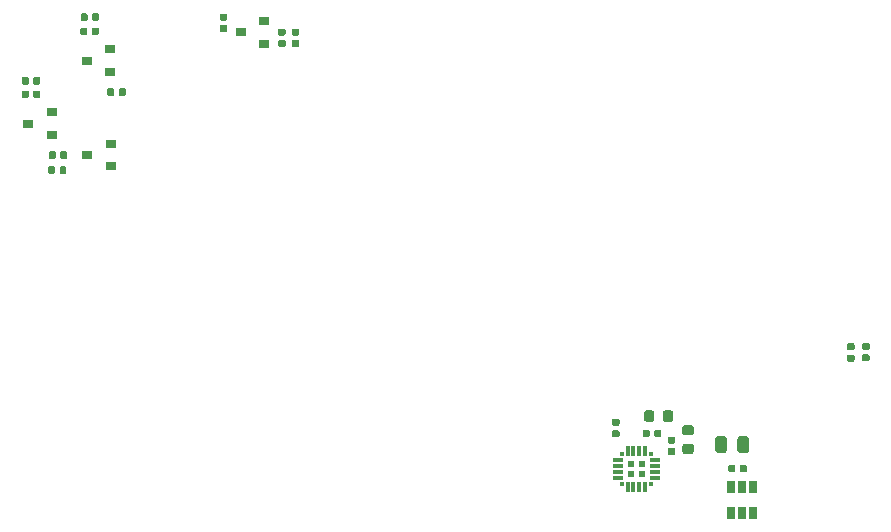
<source format=gbr>
G04 #@! TF.GenerationSoftware,KiCad,Pcbnew,(5.1.5)-3*
G04 #@! TF.CreationDate,2020-05-08T10:51:27+02:00*
G04 #@! TF.ProjectId,HB-RF-USB-2,48422d52-462d-4555-9342-2d322e6b6963,rev?*
G04 #@! TF.SameCoordinates,PX4c4b400PY7270e00*
G04 #@! TF.FileFunction,Paste,Top*
G04 #@! TF.FilePolarity,Positive*
%FSLAX46Y46*%
G04 Gerber Fmt 4.6, Leading zero omitted, Abs format (unit mm)*
G04 Created by KiCad (PCBNEW (5.1.5)-3) date 2020-05-08 10:51:27*
%MOMM*%
%LPD*%
G04 APERTURE LIST*
%ADD10R,0.540000X0.540000*%
%ADD11R,0.300000X0.900000*%
%ADD12R,0.300000X0.300000*%
%ADD13R,0.900000X0.300000*%
%ADD14R,0.650000X1.060000*%
%ADD15C,0.100000*%
%ADD16R,0.900000X0.800000*%
G04 APERTURE END LIST*
D10*
X58056200Y10696600D03*
X58056200Y9796600D03*
X58956200Y10696600D03*
X58956200Y9796600D03*
D11*
X59256200Y8696600D03*
X58756200Y8696600D03*
X58256200Y8696600D03*
X57756200Y8696600D03*
D12*
X57256200Y8996600D03*
D13*
X56956200Y9496600D03*
X56956200Y9996600D03*
X56956200Y10496600D03*
X56956200Y10996600D03*
D12*
X57256200Y11496600D03*
D11*
X57756200Y11796600D03*
X58256200Y11796600D03*
X58756200Y11796600D03*
X59256200Y11796600D03*
D12*
X59756200Y11496600D03*
D13*
X60056200Y10996600D03*
X60056200Y10496600D03*
X60056200Y9996600D03*
X60056200Y9496600D03*
D12*
X59756200Y8996600D03*
D14*
X66497000Y6505000D03*
X67447000Y6505000D03*
X68397000Y6505000D03*
X68397000Y8705000D03*
X66497000Y8705000D03*
X67447000Y8705000D03*
D15*
G36*
X60473958Y13563090D02*
G01*
X60488276Y13560966D01*
X60502317Y13557449D01*
X60515946Y13552572D01*
X60529031Y13546383D01*
X60541447Y13538942D01*
X60553073Y13530319D01*
X60563798Y13520598D01*
X60573519Y13509873D01*
X60582142Y13498247D01*
X60589583Y13485831D01*
X60595772Y13472746D01*
X60600649Y13459117D01*
X60604166Y13445076D01*
X60606290Y13430758D01*
X60607000Y13416300D01*
X60607000Y13071300D01*
X60606290Y13056842D01*
X60604166Y13042524D01*
X60600649Y13028483D01*
X60595772Y13014854D01*
X60589583Y13001769D01*
X60582142Y12989353D01*
X60573519Y12977727D01*
X60563798Y12967002D01*
X60553073Y12957281D01*
X60541447Y12948658D01*
X60529031Y12941217D01*
X60515946Y12935028D01*
X60502317Y12930151D01*
X60488276Y12926634D01*
X60473958Y12924510D01*
X60459500Y12923800D01*
X60164500Y12923800D01*
X60150042Y12924510D01*
X60135724Y12926634D01*
X60121683Y12930151D01*
X60108054Y12935028D01*
X60094969Y12941217D01*
X60082553Y12948658D01*
X60070927Y12957281D01*
X60060202Y12967002D01*
X60050481Y12977727D01*
X60041858Y12989353D01*
X60034417Y13001769D01*
X60028228Y13014854D01*
X60023351Y13028483D01*
X60019834Y13042524D01*
X60017710Y13056842D01*
X60017000Y13071300D01*
X60017000Y13416300D01*
X60017710Y13430758D01*
X60019834Y13445076D01*
X60023351Y13459117D01*
X60028228Y13472746D01*
X60034417Y13485831D01*
X60041858Y13498247D01*
X60050481Y13509873D01*
X60060202Y13520598D01*
X60070927Y13530319D01*
X60082553Y13538942D01*
X60094969Y13546383D01*
X60108054Y13552572D01*
X60121683Y13557449D01*
X60135724Y13560966D01*
X60150042Y13563090D01*
X60164500Y13563800D01*
X60459500Y13563800D01*
X60473958Y13563090D01*
G37*
G36*
X59503958Y13563090D02*
G01*
X59518276Y13560966D01*
X59532317Y13557449D01*
X59545946Y13552572D01*
X59559031Y13546383D01*
X59571447Y13538942D01*
X59583073Y13530319D01*
X59593798Y13520598D01*
X59603519Y13509873D01*
X59612142Y13498247D01*
X59619583Y13485831D01*
X59625772Y13472746D01*
X59630649Y13459117D01*
X59634166Y13445076D01*
X59636290Y13430758D01*
X59637000Y13416300D01*
X59637000Y13071300D01*
X59636290Y13056842D01*
X59634166Y13042524D01*
X59630649Y13028483D01*
X59625772Y13014854D01*
X59619583Y13001769D01*
X59612142Y12989353D01*
X59603519Y12977727D01*
X59593798Y12967002D01*
X59583073Y12957281D01*
X59571447Y12948658D01*
X59559031Y12941217D01*
X59545946Y12935028D01*
X59532317Y12930151D01*
X59518276Y12926634D01*
X59503958Y12924510D01*
X59489500Y12923800D01*
X59194500Y12923800D01*
X59180042Y12924510D01*
X59165724Y12926634D01*
X59151683Y12930151D01*
X59138054Y12935028D01*
X59124969Y12941217D01*
X59112553Y12948658D01*
X59100927Y12957281D01*
X59090202Y12967002D01*
X59080481Y12977727D01*
X59071858Y12989353D01*
X59064417Y13001769D01*
X59058228Y13014854D01*
X59053351Y13028483D01*
X59049834Y13042524D01*
X59047710Y13056842D01*
X59047000Y13071300D01*
X59047000Y13416300D01*
X59047710Y13430758D01*
X59049834Y13445076D01*
X59053351Y13459117D01*
X59058228Y13472746D01*
X59064417Y13485831D01*
X59071858Y13498247D01*
X59080481Y13509873D01*
X59090202Y13520598D01*
X59100927Y13530319D01*
X59112553Y13538942D01*
X59124969Y13546383D01*
X59138054Y13552572D01*
X59151683Y13557449D01*
X59165724Y13560966D01*
X59180042Y13563090D01*
X59194500Y13563800D01*
X59489500Y13563800D01*
X59503958Y13563090D01*
G37*
G36*
X11878958Y47611790D02*
G01*
X11893276Y47609666D01*
X11907317Y47606149D01*
X11920946Y47601272D01*
X11934031Y47595083D01*
X11946447Y47587642D01*
X11958073Y47579019D01*
X11968798Y47569298D01*
X11978519Y47558573D01*
X11987142Y47546947D01*
X11994583Y47534531D01*
X12000772Y47521446D01*
X12005649Y47507817D01*
X12009166Y47493776D01*
X12011290Y47479458D01*
X12012000Y47465000D01*
X12012000Y47120000D01*
X12011290Y47105542D01*
X12009166Y47091224D01*
X12005649Y47077183D01*
X12000772Y47063554D01*
X11994583Y47050469D01*
X11987142Y47038053D01*
X11978519Y47026427D01*
X11968798Y47015702D01*
X11958073Y47005981D01*
X11946447Y46997358D01*
X11934031Y46989917D01*
X11920946Y46983728D01*
X11907317Y46978851D01*
X11893276Y46975334D01*
X11878958Y46973210D01*
X11864500Y46972500D01*
X11569500Y46972500D01*
X11555042Y46973210D01*
X11540724Y46975334D01*
X11526683Y46978851D01*
X11513054Y46983728D01*
X11499969Y46989917D01*
X11487553Y46997358D01*
X11475927Y47005981D01*
X11465202Y47015702D01*
X11455481Y47026427D01*
X11446858Y47038053D01*
X11439417Y47050469D01*
X11433228Y47063554D01*
X11428351Y47077183D01*
X11424834Y47091224D01*
X11422710Y47105542D01*
X11422000Y47120000D01*
X11422000Y47465000D01*
X11422710Y47479458D01*
X11424834Y47493776D01*
X11428351Y47507817D01*
X11433228Y47521446D01*
X11439417Y47534531D01*
X11446858Y47546947D01*
X11455481Y47558573D01*
X11465202Y47569298D01*
X11475927Y47579019D01*
X11487553Y47587642D01*
X11499969Y47595083D01*
X11513054Y47601272D01*
X11526683Y47606149D01*
X11540724Y47609666D01*
X11555042Y47611790D01*
X11569500Y47612500D01*
X11864500Y47612500D01*
X11878958Y47611790D01*
G37*
G36*
X12848958Y47611790D02*
G01*
X12863276Y47609666D01*
X12877317Y47606149D01*
X12890946Y47601272D01*
X12904031Y47595083D01*
X12916447Y47587642D01*
X12928073Y47579019D01*
X12938798Y47569298D01*
X12948519Y47558573D01*
X12957142Y47546947D01*
X12964583Y47534531D01*
X12970772Y47521446D01*
X12975649Y47507817D01*
X12979166Y47493776D01*
X12981290Y47479458D01*
X12982000Y47465000D01*
X12982000Y47120000D01*
X12981290Y47105542D01*
X12979166Y47091224D01*
X12975649Y47077183D01*
X12970772Y47063554D01*
X12964583Y47050469D01*
X12957142Y47038053D01*
X12948519Y47026427D01*
X12938798Y47015702D01*
X12928073Y47005981D01*
X12916447Y46997358D01*
X12904031Y46989917D01*
X12890946Y46983728D01*
X12877317Y46978851D01*
X12863276Y46975334D01*
X12848958Y46973210D01*
X12834500Y46972500D01*
X12539500Y46972500D01*
X12525042Y46973210D01*
X12510724Y46975334D01*
X12496683Y46978851D01*
X12483054Y46983728D01*
X12469969Y46989917D01*
X12457553Y46997358D01*
X12445927Y47005981D01*
X12435202Y47015702D01*
X12425481Y47026427D01*
X12416858Y47038053D01*
X12409417Y47050469D01*
X12403228Y47063554D01*
X12398351Y47077183D01*
X12394834Y47091224D01*
X12392710Y47105542D01*
X12392000Y47120000D01*
X12392000Y47465000D01*
X12392710Y47479458D01*
X12394834Y47493776D01*
X12398351Y47507817D01*
X12403228Y47521446D01*
X12409417Y47534531D01*
X12416858Y47546947D01*
X12425481Y47558573D01*
X12435202Y47569298D01*
X12445927Y47579019D01*
X12457553Y47587642D01*
X12469969Y47595083D01*
X12483054Y47601272D01*
X12496683Y47606149D01*
X12510724Y47609666D01*
X12525042Y47611790D01*
X12539500Y47612500D01*
X12834500Y47612500D01*
X12848958Y47611790D01*
G37*
G36*
X12871958Y48818290D02*
G01*
X12886276Y48816166D01*
X12900317Y48812649D01*
X12913946Y48807772D01*
X12927031Y48801583D01*
X12939447Y48794142D01*
X12951073Y48785519D01*
X12961798Y48775798D01*
X12971519Y48765073D01*
X12980142Y48753447D01*
X12987583Y48741031D01*
X12993772Y48727946D01*
X12998649Y48714317D01*
X13002166Y48700276D01*
X13004290Y48685958D01*
X13005000Y48671500D01*
X13005000Y48326500D01*
X13004290Y48312042D01*
X13002166Y48297724D01*
X12998649Y48283683D01*
X12993772Y48270054D01*
X12987583Y48256969D01*
X12980142Y48244553D01*
X12971519Y48232927D01*
X12961798Y48222202D01*
X12951073Y48212481D01*
X12939447Y48203858D01*
X12927031Y48196417D01*
X12913946Y48190228D01*
X12900317Y48185351D01*
X12886276Y48181834D01*
X12871958Y48179710D01*
X12857500Y48179000D01*
X12562500Y48179000D01*
X12548042Y48179710D01*
X12533724Y48181834D01*
X12519683Y48185351D01*
X12506054Y48190228D01*
X12492969Y48196417D01*
X12480553Y48203858D01*
X12468927Y48212481D01*
X12458202Y48222202D01*
X12448481Y48232927D01*
X12439858Y48244553D01*
X12432417Y48256969D01*
X12426228Y48270054D01*
X12421351Y48283683D01*
X12417834Y48297724D01*
X12415710Y48312042D01*
X12415000Y48326500D01*
X12415000Y48671500D01*
X12415710Y48685958D01*
X12417834Y48700276D01*
X12421351Y48714317D01*
X12426228Y48727946D01*
X12432417Y48741031D01*
X12439858Y48753447D01*
X12448481Y48765073D01*
X12458202Y48775798D01*
X12468927Y48785519D01*
X12480553Y48794142D01*
X12492969Y48801583D01*
X12506054Y48807772D01*
X12519683Y48812649D01*
X12533724Y48816166D01*
X12548042Y48818290D01*
X12562500Y48819000D01*
X12857500Y48819000D01*
X12871958Y48818290D01*
G37*
G36*
X11901958Y48818290D02*
G01*
X11916276Y48816166D01*
X11930317Y48812649D01*
X11943946Y48807772D01*
X11957031Y48801583D01*
X11969447Y48794142D01*
X11981073Y48785519D01*
X11991798Y48775798D01*
X12001519Y48765073D01*
X12010142Y48753447D01*
X12017583Y48741031D01*
X12023772Y48727946D01*
X12028649Y48714317D01*
X12032166Y48700276D01*
X12034290Y48685958D01*
X12035000Y48671500D01*
X12035000Y48326500D01*
X12034290Y48312042D01*
X12032166Y48297724D01*
X12028649Y48283683D01*
X12023772Y48270054D01*
X12017583Y48256969D01*
X12010142Y48244553D01*
X12001519Y48232927D01*
X11991798Y48222202D01*
X11981073Y48212481D01*
X11969447Y48203858D01*
X11957031Y48196417D01*
X11943946Y48190228D01*
X11930317Y48185351D01*
X11916276Y48181834D01*
X11901958Y48179710D01*
X11887500Y48179000D01*
X11592500Y48179000D01*
X11578042Y48179710D01*
X11563724Y48181834D01*
X11549683Y48185351D01*
X11536054Y48190228D01*
X11522969Y48196417D01*
X11510553Y48203858D01*
X11498927Y48212481D01*
X11488202Y48222202D01*
X11478481Y48232927D01*
X11469858Y48244553D01*
X11462417Y48256969D01*
X11456228Y48270054D01*
X11451351Y48283683D01*
X11447834Y48297724D01*
X11445710Y48312042D01*
X11445000Y48326500D01*
X11445000Y48671500D01*
X11445710Y48685958D01*
X11447834Y48700276D01*
X11451351Y48714317D01*
X11456228Y48727946D01*
X11462417Y48741031D01*
X11469858Y48753447D01*
X11478481Y48765073D01*
X11488202Y48775798D01*
X11498927Y48785519D01*
X11510553Y48794142D01*
X11522969Y48801583D01*
X11536054Y48807772D01*
X11549683Y48812649D01*
X11563724Y48816166D01*
X11578042Y48818290D01*
X11592500Y48819000D01*
X11887500Y48819000D01*
X11901958Y48818290D01*
G37*
G36*
X7895958Y43420790D02*
G01*
X7910276Y43418666D01*
X7924317Y43415149D01*
X7937946Y43410272D01*
X7951031Y43404083D01*
X7963447Y43396642D01*
X7975073Y43388019D01*
X7985798Y43378298D01*
X7995519Y43367573D01*
X8004142Y43355947D01*
X8011583Y43343531D01*
X8017772Y43330446D01*
X8022649Y43316817D01*
X8026166Y43302776D01*
X8028290Y43288458D01*
X8029000Y43274000D01*
X8029000Y42929000D01*
X8028290Y42914542D01*
X8026166Y42900224D01*
X8022649Y42886183D01*
X8017772Y42872554D01*
X8011583Y42859469D01*
X8004142Y42847053D01*
X7995519Y42835427D01*
X7985798Y42824702D01*
X7975073Y42814981D01*
X7963447Y42806358D01*
X7951031Y42798917D01*
X7937946Y42792728D01*
X7924317Y42787851D01*
X7910276Y42784334D01*
X7895958Y42782210D01*
X7881500Y42781500D01*
X7586500Y42781500D01*
X7572042Y42782210D01*
X7557724Y42784334D01*
X7543683Y42787851D01*
X7530054Y42792728D01*
X7516969Y42798917D01*
X7504553Y42806358D01*
X7492927Y42814981D01*
X7482202Y42824702D01*
X7472481Y42835427D01*
X7463858Y42847053D01*
X7456417Y42859469D01*
X7450228Y42872554D01*
X7445351Y42886183D01*
X7441834Y42900224D01*
X7439710Y42914542D01*
X7439000Y42929000D01*
X7439000Y43274000D01*
X7439710Y43288458D01*
X7441834Y43302776D01*
X7445351Y43316817D01*
X7450228Y43330446D01*
X7456417Y43343531D01*
X7463858Y43355947D01*
X7472481Y43367573D01*
X7482202Y43378298D01*
X7492927Y43388019D01*
X7504553Y43396642D01*
X7516969Y43404083D01*
X7530054Y43410272D01*
X7543683Y43415149D01*
X7557724Y43418666D01*
X7572042Y43420790D01*
X7586500Y43421500D01*
X7881500Y43421500D01*
X7895958Y43420790D01*
G37*
G36*
X6925958Y43420790D02*
G01*
X6940276Y43418666D01*
X6954317Y43415149D01*
X6967946Y43410272D01*
X6981031Y43404083D01*
X6993447Y43396642D01*
X7005073Y43388019D01*
X7015798Y43378298D01*
X7025519Y43367573D01*
X7034142Y43355947D01*
X7041583Y43343531D01*
X7047772Y43330446D01*
X7052649Y43316817D01*
X7056166Y43302776D01*
X7058290Y43288458D01*
X7059000Y43274000D01*
X7059000Y42929000D01*
X7058290Y42914542D01*
X7056166Y42900224D01*
X7052649Y42886183D01*
X7047772Y42872554D01*
X7041583Y42859469D01*
X7034142Y42847053D01*
X7025519Y42835427D01*
X7015798Y42824702D01*
X7005073Y42814981D01*
X6993447Y42806358D01*
X6981031Y42798917D01*
X6967946Y42792728D01*
X6954317Y42787851D01*
X6940276Y42784334D01*
X6925958Y42782210D01*
X6911500Y42781500D01*
X6616500Y42781500D01*
X6602042Y42782210D01*
X6587724Y42784334D01*
X6573683Y42787851D01*
X6560054Y42792728D01*
X6546969Y42798917D01*
X6534553Y42806358D01*
X6522927Y42814981D01*
X6512202Y42824702D01*
X6502481Y42835427D01*
X6493858Y42847053D01*
X6486417Y42859469D01*
X6480228Y42872554D01*
X6475351Y42886183D01*
X6471834Y42900224D01*
X6469710Y42914542D01*
X6469000Y42929000D01*
X6469000Y43274000D01*
X6469710Y43288458D01*
X6471834Y43302776D01*
X6475351Y43316817D01*
X6480228Y43330446D01*
X6486417Y43343531D01*
X6493858Y43355947D01*
X6502481Y43367573D01*
X6512202Y43378298D01*
X6522927Y43388019D01*
X6534553Y43396642D01*
X6546969Y43404083D01*
X6560054Y43410272D01*
X6573683Y43415149D01*
X6587724Y43418666D01*
X6602042Y43420790D01*
X6616500Y43421500D01*
X6911500Y43421500D01*
X6925958Y43420790D01*
G37*
G36*
X7895958Y42277790D02*
G01*
X7910276Y42275666D01*
X7924317Y42272149D01*
X7937946Y42267272D01*
X7951031Y42261083D01*
X7963447Y42253642D01*
X7975073Y42245019D01*
X7985798Y42235298D01*
X7995519Y42224573D01*
X8004142Y42212947D01*
X8011583Y42200531D01*
X8017772Y42187446D01*
X8022649Y42173817D01*
X8026166Y42159776D01*
X8028290Y42145458D01*
X8029000Y42131000D01*
X8029000Y41786000D01*
X8028290Y41771542D01*
X8026166Y41757224D01*
X8022649Y41743183D01*
X8017772Y41729554D01*
X8011583Y41716469D01*
X8004142Y41704053D01*
X7995519Y41692427D01*
X7985798Y41681702D01*
X7975073Y41671981D01*
X7963447Y41663358D01*
X7951031Y41655917D01*
X7937946Y41649728D01*
X7924317Y41644851D01*
X7910276Y41641334D01*
X7895958Y41639210D01*
X7881500Y41638500D01*
X7586500Y41638500D01*
X7572042Y41639210D01*
X7557724Y41641334D01*
X7543683Y41644851D01*
X7530054Y41649728D01*
X7516969Y41655917D01*
X7504553Y41663358D01*
X7492927Y41671981D01*
X7482202Y41681702D01*
X7472481Y41692427D01*
X7463858Y41704053D01*
X7456417Y41716469D01*
X7450228Y41729554D01*
X7445351Y41743183D01*
X7441834Y41757224D01*
X7439710Y41771542D01*
X7439000Y41786000D01*
X7439000Y42131000D01*
X7439710Y42145458D01*
X7441834Y42159776D01*
X7445351Y42173817D01*
X7450228Y42187446D01*
X7456417Y42200531D01*
X7463858Y42212947D01*
X7472481Y42224573D01*
X7482202Y42235298D01*
X7492927Y42245019D01*
X7504553Y42253642D01*
X7516969Y42261083D01*
X7530054Y42267272D01*
X7543683Y42272149D01*
X7557724Y42275666D01*
X7572042Y42277790D01*
X7586500Y42278500D01*
X7881500Y42278500D01*
X7895958Y42277790D01*
G37*
G36*
X6925958Y42277790D02*
G01*
X6940276Y42275666D01*
X6954317Y42272149D01*
X6967946Y42267272D01*
X6981031Y42261083D01*
X6993447Y42253642D01*
X7005073Y42245019D01*
X7015798Y42235298D01*
X7025519Y42224573D01*
X7034142Y42212947D01*
X7041583Y42200531D01*
X7047772Y42187446D01*
X7052649Y42173817D01*
X7056166Y42159776D01*
X7058290Y42145458D01*
X7059000Y42131000D01*
X7059000Y41786000D01*
X7058290Y41771542D01*
X7056166Y41757224D01*
X7052649Y41743183D01*
X7047772Y41729554D01*
X7041583Y41716469D01*
X7034142Y41704053D01*
X7025519Y41692427D01*
X7015798Y41681702D01*
X7005073Y41671981D01*
X6993447Y41663358D01*
X6981031Y41655917D01*
X6967946Y41649728D01*
X6954317Y41644851D01*
X6940276Y41641334D01*
X6925958Y41639210D01*
X6911500Y41638500D01*
X6616500Y41638500D01*
X6602042Y41639210D01*
X6587724Y41641334D01*
X6573683Y41644851D01*
X6560054Y41649728D01*
X6546969Y41655917D01*
X6534553Y41663358D01*
X6522927Y41671981D01*
X6512202Y41681702D01*
X6502481Y41692427D01*
X6493858Y41704053D01*
X6486417Y41716469D01*
X6480228Y41729554D01*
X6475351Y41743183D01*
X6471834Y41757224D01*
X6469710Y41771542D01*
X6469000Y41786000D01*
X6469000Y42131000D01*
X6469710Y42145458D01*
X6471834Y42159776D01*
X6475351Y42173817D01*
X6480228Y42187446D01*
X6486417Y42200531D01*
X6493858Y42212947D01*
X6502481Y42224573D01*
X6512202Y42235298D01*
X6522927Y42245019D01*
X6534553Y42253642D01*
X6546969Y42261083D01*
X6560054Y42267272D01*
X6573683Y42272149D01*
X6587724Y42275666D01*
X6602042Y42277790D01*
X6616500Y42278500D01*
X6911500Y42278500D01*
X6925958Y42277790D01*
G37*
G36*
X67712958Y10591290D02*
G01*
X67727276Y10589166D01*
X67741317Y10585649D01*
X67754946Y10580772D01*
X67768031Y10574583D01*
X67780447Y10567142D01*
X67792073Y10558519D01*
X67802798Y10548798D01*
X67812519Y10538073D01*
X67821142Y10526447D01*
X67828583Y10514031D01*
X67834772Y10500946D01*
X67839649Y10487317D01*
X67843166Y10473276D01*
X67845290Y10458958D01*
X67846000Y10444500D01*
X67846000Y10099500D01*
X67845290Y10085042D01*
X67843166Y10070724D01*
X67839649Y10056683D01*
X67834772Y10043054D01*
X67828583Y10029969D01*
X67821142Y10017553D01*
X67812519Y10005927D01*
X67802798Y9995202D01*
X67792073Y9985481D01*
X67780447Y9976858D01*
X67768031Y9969417D01*
X67754946Y9963228D01*
X67741317Y9958351D01*
X67727276Y9954834D01*
X67712958Y9952710D01*
X67698500Y9952000D01*
X67403500Y9952000D01*
X67389042Y9952710D01*
X67374724Y9954834D01*
X67360683Y9958351D01*
X67347054Y9963228D01*
X67333969Y9969417D01*
X67321553Y9976858D01*
X67309927Y9985481D01*
X67299202Y9995202D01*
X67289481Y10005927D01*
X67280858Y10017553D01*
X67273417Y10029969D01*
X67267228Y10043054D01*
X67262351Y10056683D01*
X67258834Y10070724D01*
X67256710Y10085042D01*
X67256000Y10099500D01*
X67256000Y10444500D01*
X67256710Y10458958D01*
X67258834Y10473276D01*
X67262351Y10487317D01*
X67267228Y10500946D01*
X67273417Y10514031D01*
X67280858Y10526447D01*
X67289481Y10538073D01*
X67299202Y10548798D01*
X67309927Y10558519D01*
X67321553Y10567142D01*
X67333969Y10574583D01*
X67347054Y10580772D01*
X67360683Y10585649D01*
X67374724Y10589166D01*
X67389042Y10591290D01*
X67403500Y10592000D01*
X67698500Y10592000D01*
X67712958Y10591290D01*
G37*
G36*
X66742958Y10591290D02*
G01*
X66757276Y10589166D01*
X66771317Y10585649D01*
X66784946Y10580772D01*
X66798031Y10574583D01*
X66810447Y10567142D01*
X66822073Y10558519D01*
X66832798Y10548798D01*
X66842519Y10538073D01*
X66851142Y10526447D01*
X66858583Y10514031D01*
X66864772Y10500946D01*
X66869649Y10487317D01*
X66873166Y10473276D01*
X66875290Y10458958D01*
X66876000Y10444500D01*
X66876000Y10099500D01*
X66875290Y10085042D01*
X66873166Y10070724D01*
X66869649Y10056683D01*
X66864772Y10043054D01*
X66858583Y10029969D01*
X66851142Y10017553D01*
X66842519Y10005927D01*
X66832798Y9995202D01*
X66822073Y9985481D01*
X66810447Y9976858D01*
X66798031Y9969417D01*
X66784946Y9963228D01*
X66771317Y9958351D01*
X66757276Y9954834D01*
X66742958Y9952710D01*
X66728500Y9952000D01*
X66433500Y9952000D01*
X66419042Y9952710D01*
X66404724Y9954834D01*
X66390683Y9958351D01*
X66377054Y9963228D01*
X66363969Y9969417D01*
X66351553Y9976858D01*
X66339927Y9985481D01*
X66329202Y9995202D01*
X66319481Y10005927D01*
X66310858Y10017553D01*
X66303417Y10029969D01*
X66297228Y10043054D01*
X66292351Y10056683D01*
X66288834Y10070724D01*
X66286710Y10085042D01*
X66286000Y10099500D01*
X66286000Y10444500D01*
X66286710Y10458958D01*
X66288834Y10473276D01*
X66292351Y10487317D01*
X66297228Y10500946D01*
X66303417Y10514031D01*
X66310858Y10526447D01*
X66319481Y10538073D01*
X66329202Y10548798D01*
X66339927Y10558519D01*
X66351553Y10567142D01*
X66363969Y10574583D01*
X66377054Y10580772D01*
X66390683Y10585649D01*
X66404724Y10589166D01*
X66419042Y10591290D01*
X66433500Y10592000D01*
X66728500Y10592000D01*
X66742958Y10591290D01*
G37*
G36*
X61413491Y15190947D02*
G01*
X61434726Y15187797D01*
X61455550Y15182581D01*
X61475762Y15175349D01*
X61495168Y15166170D01*
X61513581Y15155134D01*
X61530824Y15142346D01*
X61546730Y15127930D01*
X61561146Y15112024D01*
X61573934Y15094781D01*
X61584970Y15076368D01*
X61594149Y15056962D01*
X61601381Y15036750D01*
X61606597Y15015926D01*
X61609747Y14994691D01*
X61610800Y14973250D01*
X61610800Y14460750D01*
X61609747Y14439309D01*
X61606597Y14418074D01*
X61601381Y14397250D01*
X61594149Y14377038D01*
X61584970Y14357632D01*
X61573934Y14339219D01*
X61561146Y14321976D01*
X61546730Y14306070D01*
X61530824Y14291654D01*
X61513581Y14278866D01*
X61495168Y14267830D01*
X61475762Y14258651D01*
X61455550Y14251419D01*
X61434726Y14246203D01*
X61413491Y14243053D01*
X61392050Y14242000D01*
X60954550Y14242000D01*
X60933109Y14243053D01*
X60911874Y14246203D01*
X60891050Y14251419D01*
X60870838Y14258651D01*
X60851432Y14267830D01*
X60833019Y14278866D01*
X60815776Y14291654D01*
X60799870Y14306070D01*
X60785454Y14321976D01*
X60772666Y14339219D01*
X60761630Y14357632D01*
X60752451Y14377038D01*
X60745219Y14397250D01*
X60740003Y14418074D01*
X60736853Y14439309D01*
X60735800Y14460750D01*
X60735800Y14973250D01*
X60736853Y14994691D01*
X60740003Y15015926D01*
X60745219Y15036750D01*
X60752451Y15056962D01*
X60761630Y15076368D01*
X60772666Y15094781D01*
X60785454Y15112024D01*
X60799870Y15127930D01*
X60815776Y15142346D01*
X60833019Y15155134D01*
X60851432Y15166170D01*
X60870838Y15175349D01*
X60891050Y15182581D01*
X60911874Y15187797D01*
X60933109Y15190947D01*
X60954550Y15192000D01*
X61392050Y15192000D01*
X61413491Y15190947D01*
G37*
G36*
X59838491Y15190947D02*
G01*
X59859726Y15187797D01*
X59880550Y15182581D01*
X59900762Y15175349D01*
X59920168Y15166170D01*
X59938581Y15155134D01*
X59955824Y15142346D01*
X59971730Y15127930D01*
X59986146Y15112024D01*
X59998934Y15094781D01*
X60009970Y15076368D01*
X60019149Y15056962D01*
X60026381Y15036750D01*
X60031597Y15015926D01*
X60034747Y14994691D01*
X60035800Y14973250D01*
X60035800Y14460750D01*
X60034747Y14439309D01*
X60031597Y14418074D01*
X60026381Y14397250D01*
X60019149Y14377038D01*
X60009970Y14357632D01*
X59998934Y14339219D01*
X59986146Y14321976D01*
X59971730Y14306070D01*
X59955824Y14291654D01*
X59938581Y14278866D01*
X59920168Y14267830D01*
X59900762Y14258651D01*
X59880550Y14251419D01*
X59859726Y14246203D01*
X59838491Y14243053D01*
X59817050Y14242000D01*
X59379550Y14242000D01*
X59358109Y14243053D01*
X59336874Y14246203D01*
X59316050Y14251419D01*
X59295838Y14258651D01*
X59276432Y14267830D01*
X59258019Y14278866D01*
X59240776Y14291654D01*
X59224870Y14306070D01*
X59210454Y14321976D01*
X59197666Y14339219D01*
X59186630Y14357632D01*
X59177451Y14377038D01*
X59170219Y14397250D01*
X59165003Y14418074D01*
X59161853Y14439309D01*
X59160800Y14460750D01*
X59160800Y14973250D01*
X59161853Y14994691D01*
X59165003Y15015926D01*
X59170219Y15036750D01*
X59177451Y15056962D01*
X59186630Y15076368D01*
X59197666Y15094781D01*
X59210454Y15112024D01*
X59224870Y15127930D01*
X59240776Y15142346D01*
X59258019Y15155134D01*
X59276432Y15166170D01*
X59295838Y15175349D01*
X59316050Y15182581D01*
X59336874Y15187797D01*
X59358109Y15190947D01*
X59379550Y15192000D01*
X59817050Y15192000D01*
X59838491Y15190947D01*
G37*
G36*
X76841458Y19913490D02*
G01*
X76855776Y19911366D01*
X76869817Y19907849D01*
X76883446Y19902972D01*
X76896531Y19896783D01*
X76908947Y19889342D01*
X76920573Y19880719D01*
X76931298Y19870998D01*
X76941019Y19860273D01*
X76949642Y19848647D01*
X76957083Y19836231D01*
X76963272Y19823146D01*
X76968149Y19809517D01*
X76971666Y19795476D01*
X76973790Y19781158D01*
X76974500Y19766700D01*
X76974500Y19471700D01*
X76973790Y19457242D01*
X76971666Y19442924D01*
X76968149Y19428883D01*
X76963272Y19415254D01*
X76957083Y19402169D01*
X76949642Y19389753D01*
X76941019Y19378127D01*
X76931298Y19367402D01*
X76920573Y19357681D01*
X76908947Y19349058D01*
X76896531Y19341617D01*
X76883446Y19335428D01*
X76869817Y19330551D01*
X76855776Y19327034D01*
X76841458Y19324910D01*
X76827000Y19324200D01*
X76482000Y19324200D01*
X76467542Y19324910D01*
X76453224Y19327034D01*
X76439183Y19330551D01*
X76425554Y19335428D01*
X76412469Y19341617D01*
X76400053Y19349058D01*
X76388427Y19357681D01*
X76377702Y19367402D01*
X76367981Y19378127D01*
X76359358Y19389753D01*
X76351917Y19402169D01*
X76345728Y19415254D01*
X76340851Y19428883D01*
X76337334Y19442924D01*
X76335210Y19457242D01*
X76334500Y19471700D01*
X76334500Y19766700D01*
X76335210Y19781158D01*
X76337334Y19795476D01*
X76340851Y19809517D01*
X76345728Y19823146D01*
X76351917Y19836231D01*
X76359358Y19848647D01*
X76367981Y19860273D01*
X76377702Y19870998D01*
X76388427Y19880719D01*
X76400053Y19889342D01*
X76412469Y19896783D01*
X76425554Y19902972D01*
X76439183Y19907849D01*
X76453224Y19911366D01*
X76467542Y19913490D01*
X76482000Y19914200D01*
X76827000Y19914200D01*
X76841458Y19913490D01*
G37*
G36*
X76841458Y20883490D02*
G01*
X76855776Y20881366D01*
X76869817Y20877849D01*
X76883446Y20872972D01*
X76896531Y20866783D01*
X76908947Y20859342D01*
X76920573Y20850719D01*
X76931298Y20840998D01*
X76941019Y20830273D01*
X76949642Y20818647D01*
X76957083Y20806231D01*
X76963272Y20793146D01*
X76968149Y20779517D01*
X76971666Y20765476D01*
X76973790Y20751158D01*
X76974500Y20736700D01*
X76974500Y20441700D01*
X76973790Y20427242D01*
X76971666Y20412924D01*
X76968149Y20398883D01*
X76963272Y20385254D01*
X76957083Y20372169D01*
X76949642Y20359753D01*
X76941019Y20348127D01*
X76931298Y20337402D01*
X76920573Y20327681D01*
X76908947Y20319058D01*
X76896531Y20311617D01*
X76883446Y20305428D01*
X76869817Y20300551D01*
X76855776Y20297034D01*
X76841458Y20294910D01*
X76827000Y20294200D01*
X76482000Y20294200D01*
X76467542Y20294910D01*
X76453224Y20297034D01*
X76439183Y20300551D01*
X76425554Y20305428D01*
X76412469Y20311617D01*
X76400053Y20319058D01*
X76388427Y20327681D01*
X76377702Y20337402D01*
X76367981Y20348127D01*
X76359358Y20359753D01*
X76351917Y20372169D01*
X76345728Y20385254D01*
X76340851Y20398883D01*
X76337334Y20412924D01*
X76335210Y20427242D01*
X76334500Y20441700D01*
X76334500Y20736700D01*
X76335210Y20751158D01*
X76337334Y20765476D01*
X76340851Y20779517D01*
X76345728Y20793146D01*
X76351917Y20806231D01*
X76359358Y20818647D01*
X76367981Y20830273D01*
X76377702Y20840998D01*
X76388427Y20850719D01*
X76400053Y20859342D01*
X76412469Y20866783D01*
X76425554Y20872972D01*
X76439183Y20877849D01*
X76453224Y20881366D01*
X76467542Y20883490D01*
X76482000Y20884200D01*
X76827000Y20884200D01*
X76841458Y20883490D01*
G37*
G36*
X65938942Y13002826D02*
G01*
X65962603Y12999316D01*
X65985807Y12993504D01*
X66008329Y12985446D01*
X66029953Y12975218D01*
X66050470Y12962921D01*
X66069683Y12948671D01*
X66087407Y12932607D01*
X66103471Y12914883D01*
X66117721Y12895670D01*
X66130018Y12875153D01*
X66140246Y12853529D01*
X66148304Y12831007D01*
X66154116Y12807803D01*
X66157626Y12784142D01*
X66158800Y12760250D01*
X66158800Y11847750D01*
X66157626Y11823858D01*
X66154116Y11800197D01*
X66148304Y11776993D01*
X66140246Y11754471D01*
X66130018Y11732847D01*
X66117721Y11712330D01*
X66103471Y11693117D01*
X66087407Y11675393D01*
X66069683Y11659329D01*
X66050470Y11645079D01*
X66029953Y11632782D01*
X66008329Y11622554D01*
X65985807Y11614496D01*
X65962603Y11608684D01*
X65938942Y11605174D01*
X65915050Y11604000D01*
X65427550Y11604000D01*
X65403658Y11605174D01*
X65379997Y11608684D01*
X65356793Y11614496D01*
X65334271Y11622554D01*
X65312647Y11632782D01*
X65292130Y11645079D01*
X65272917Y11659329D01*
X65255193Y11675393D01*
X65239129Y11693117D01*
X65224879Y11712330D01*
X65212582Y11732847D01*
X65202354Y11754471D01*
X65194296Y11776993D01*
X65188484Y11800197D01*
X65184974Y11823858D01*
X65183800Y11847750D01*
X65183800Y12760250D01*
X65184974Y12784142D01*
X65188484Y12807803D01*
X65194296Y12831007D01*
X65202354Y12853529D01*
X65212582Y12875153D01*
X65224879Y12895670D01*
X65239129Y12914883D01*
X65255193Y12932607D01*
X65272917Y12948671D01*
X65292130Y12962921D01*
X65312647Y12975218D01*
X65334271Y12985446D01*
X65356793Y12993504D01*
X65379997Y12999316D01*
X65403658Y13002826D01*
X65427550Y13004000D01*
X65915050Y13004000D01*
X65938942Y13002826D01*
G37*
G36*
X67813942Y13002826D02*
G01*
X67837603Y12999316D01*
X67860807Y12993504D01*
X67883329Y12985446D01*
X67904953Y12975218D01*
X67925470Y12962921D01*
X67944683Y12948671D01*
X67962407Y12932607D01*
X67978471Y12914883D01*
X67992721Y12895670D01*
X68005018Y12875153D01*
X68015246Y12853529D01*
X68023304Y12831007D01*
X68029116Y12807803D01*
X68032626Y12784142D01*
X68033800Y12760250D01*
X68033800Y11847750D01*
X68032626Y11823858D01*
X68029116Y11800197D01*
X68023304Y11776993D01*
X68015246Y11754471D01*
X68005018Y11732847D01*
X67992721Y11712330D01*
X67978471Y11693117D01*
X67962407Y11675393D01*
X67944683Y11659329D01*
X67925470Y11645079D01*
X67904953Y11632782D01*
X67883329Y11622554D01*
X67860807Y11614496D01*
X67837603Y11608684D01*
X67813942Y11605174D01*
X67790050Y11604000D01*
X67302550Y11604000D01*
X67278658Y11605174D01*
X67254997Y11608684D01*
X67231793Y11614496D01*
X67209271Y11622554D01*
X67187647Y11632782D01*
X67167130Y11645079D01*
X67147917Y11659329D01*
X67130193Y11675393D01*
X67114129Y11693117D01*
X67099879Y11712330D01*
X67087582Y11732847D01*
X67077354Y11754471D01*
X67069296Y11776993D01*
X67063484Y11800197D01*
X67059974Y11823858D01*
X67058800Y11847750D01*
X67058800Y12760250D01*
X67059974Y12784142D01*
X67063484Y12807803D01*
X67069296Y12831007D01*
X67077354Y12853529D01*
X67087582Y12875153D01*
X67099879Y12895670D01*
X67114129Y12914883D01*
X67130193Y12932607D01*
X67147917Y12948671D01*
X67167130Y12962921D01*
X67187647Y12975218D01*
X67209271Y12985446D01*
X67231793Y12993504D01*
X67254997Y12999316D01*
X67278658Y13002826D01*
X67302550Y13004000D01*
X67790050Y13004000D01*
X67813942Y13002826D01*
G37*
D16*
X13964000Y43866000D03*
X13964000Y45766000D03*
X11964000Y44816000D03*
X9011000Y38532000D03*
X9011000Y40432000D03*
X7011000Y39482000D03*
X12027500Y36815000D03*
X14027500Y37765000D03*
X14027500Y35865000D03*
D15*
G36*
X15134958Y42468290D02*
G01*
X15149276Y42466166D01*
X15163317Y42462649D01*
X15176946Y42457772D01*
X15190031Y42451583D01*
X15202447Y42444142D01*
X15214073Y42435519D01*
X15224798Y42425798D01*
X15234519Y42415073D01*
X15243142Y42403447D01*
X15250583Y42391031D01*
X15256772Y42377946D01*
X15261649Y42364317D01*
X15265166Y42350276D01*
X15267290Y42335958D01*
X15268000Y42321500D01*
X15268000Y41976500D01*
X15267290Y41962042D01*
X15265166Y41947724D01*
X15261649Y41933683D01*
X15256772Y41920054D01*
X15250583Y41906969D01*
X15243142Y41894553D01*
X15234519Y41882927D01*
X15224798Y41872202D01*
X15214073Y41862481D01*
X15202447Y41853858D01*
X15190031Y41846417D01*
X15176946Y41840228D01*
X15163317Y41835351D01*
X15149276Y41831834D01*
X15134958Y41829710D01*
X15120500Y41829000D01*
X14825500Y41829000D01*
X14811042Y41829710D01*
X14796724Y41831834D01*
X14782683Y41835351D01*
X14769054Y41840228D01*
X14755969Y41846417D01*
X14743553Y41853858D01*
X14731927Y41862481D01*
X14721202Y41872202D01*
X14711481Y41882927D01*
X14702858Y41894553D01*
X14695417Y41906969D01*
X14689228Y41920054D01*
X14684351Y41933683D01*
X14680834Y41947724D01*
X14678710Y41962042D01*
X14678000Y41976500D01*
X14678000Y42321500D01*
X14678710Y42335958D01*
X14680834Y42350276D01*
X14684351Y42364317D01*
X14689228Y42377946D01*
X14695417Y42391031D01*
X14702858Y42403447D01*
X14711481Y42415073D01*
X14721202Y42425798D01*
X14731927Y42435519D01*
X14743553Y42444142D01*
X14755969Y42451583D01*
X14769054Y42457772D01*
X14782683Y42462649D01*
X14796724Y42466166D01*
X14811042Y42468290D01*
X14825500Y42469000D01*
X15120500Y42469000D01*
X15134958Y42468290D01*
G37*
G36*
X14164958Y42468290D02*
G01*
X14179276Y42466166D01*
X14193317Y42462649D01*
X14206946Y42457772D01*
X14220031Y42451583D01*
X14232447Y42444142D01*
X14244073Y42435519D01*
X14254798Y42425798D01*
X14264519Y42415073D01*
X14273142Y42403447D01*
X14280583Y42391031D01*
X14286772Y42377946D01*
X14291649Y42364317D01*
X14295166Y42350276D01*
X14297290Y42335958D01*
X14298000Y42321500D01*
X14298000Y41976500D01*
X14297290Y41962042D01*
X14295166Y41947724D01*
X14291649Y41933683D01*
X14286772Y41920054D01*
X14280583Y41906969D01*
X14273142Y41894553D01*
X14264519Y41882927D01*
X14254798Y41872202D01*
X14244073Y41862481D01*
X14232447Y41853858D01*
X14220031Y41846417D01*
X14206946Y41840228D01*
X14193317Y41835351D01*
X14179276Y41831834D01*
X14164958Y41829710D01*
X14150500Y41829000D01*
X13855500Y41829000D01*
X13841042Y41829710D01*
X13826724Y41831834D01*
X13812683Y41835351D01*
X13799054Y41840228D01*
X13785969Y41846417D01*
X13773553Y41853858D01*
X13761927Y41862481D01*
X13751202Y41872202D01*
X13741481Y41882927D01*
X13732858Y41894553D01*
X13725417Y41906969D01*
X13719228Y41920054D01*
X13714351Y41933683D01*
X13710834Y41947724D01*
X13708710Y41962042D01*
X13708000Y41976500D01*
X13708000Y42321500D01*
X13708710Y42335958D01*
X13710834Y42350276D01*
X13714351Y42364317D01*
X13719228Y42377946D01*
X13725417Y42391031D01*
X13732858Y42403447D01*
X13741481Y42415073D01*
X13751202Y42425798D01*
X13761927Y42435519D01*
X13773553Y42444142D01*
X13785969Y42451583D01*
X13799054Y42457772D01*
X13812683Y42462649D01*
X13826724Y42466166D01*
X13841042Y42468290D01*
X13855500Y42469000D01*
X14150500Y42469000D01*
X14164958Y42468290D01*
G37*
G36*
X10181958Y37134290D02*
G01*
X10196276Y37132166D01*
X10210317Y37128649D01*
X10223946Y37123772D01*
X10237031Y37117583D01*
X10249447Y37110142D01*
X10261073Y37101519D01*
X10271798Y37091798D01*
X10281519Y37081073D01*
X10290142Y37069447D01*
X10297583Y37057031D01*
X10303772Y37043946D01*
X10308649Y37030317D01*
X10312166Y37016276D01*
X10314290Y37001958D01*
X10315000Y36987500D01*
X10315000Y36642500D01*
X10314290Y36628042D01*
X10312166Y36613724D01*
X10308649Y36599683D01*
X10303772Y36586054D01*
X10297583Y36572969D01*
X10290142Y36560553D01*
X10281519Y36548927D01*
X10271798Y36538202D01*
X10261073Y36528481D01*
X10249447Y36519858D01*
X10237031Y36512417D01*
X10223946Y36506228D01*
X10210317Y36501351D01*
X10196276Y36497834D01*
X10181958Y36495710D01*
X10167500Y36495000D01*
X9872500Y36495000D01*
X9858042Y36495710D01*
X9843724Y36497834D01*
X9829683Y36501351D01*
X9816054Y36506228D01*
X9802969Y36512417D01*
X9790553Y36519858D01*
X9778927Y36528481D01*
X9768202Y36538202D01*
X9758481Y36548927D01*
X9749858Y36560553D01*
X9742417Y36572969D01*
X9736228Y36586054D01*
X9731351Y36599683D01*
X9727834Y36613724D01*
X9725710Y36628042D01*
X9725000Y36642500D01*
X9725000Y36987500D01*
X9725710Y37001958D01*
X9727834Y37016276D01*
X9731351Y37030317D01*
X9736228Y37043946D01*
X9742417Y37057031D01*
X9749858Y37069447D01*
X9758481Y37081073D01*
X9768202Y37091798D01*
X9778927Y37101519D01*
X9790553Y37110142D01*
X9802969Y37117583D01*
X9816054Y37123772D01*
X9829683Y37128649D01*
X9843724Y37132166D01*
X9858042Y37134290D01*
X9872500Y37135000D01*
X10167500Y37135000D01*
X10181958Y37134290D01*
G37*
G36*
X9211958Y37134290D02*
G01*
X9226276Y37132166D01*
X9240317Y37128649D01*
X9253946Y37123772D01*
X9267031Y37117583D01*
X9279447Y37110142D01*
X9291073Y37101519D01*
X9301798Y37091798D01*
X9311519Y37081073D01*
X9320142Y37069447D01*
X9327583Y37057031D01*
X9333772Y37043946D01*
X9338649Y37030317D01*
X9342166Y37016276D01*
X9344290Y37001958D01*
X9345000Y36987500D01*
X9345000Y36642500D01*
X9344290Y36628042D01*
X9342166Y36613724D01*
X9338649Y36599683D01*
X9333772Y36586054D01*
X9327583Y36572969D01*
X9320142Y36560553D01*
X9311519Y36548927D01*
X9301798Y36538202D01*
X9291073Y36528481D01*
X9279447Y36519858D01*
X9267031Y36512417D01*
X9253946Y36506228D01*
X9240317Y36501351D01*
X9226276Y36497834D01*
X9211958Y36495710D01*
X9197500Y36495000D01*
X8902500Y36495000D01*
X8888042Y36495710D01*
X8873724Y36497834D01*
X8859683Y36501351D01*
X8846054Y36506228D01*
X8832969Y36512417D01*
X8820553Y36519858D01*
X8808927Y36528481D01*
X8798202Y36538202D01*
X8788481Y36548927D01*
X8779858Y36560553D01*
X8772417Y36572969D01*
X8766228Y36586054D01*
X8761351Y36599683D01*
X8757834Y36613724D01*
X8755710Y36628042D01*
X8755000Y36642500D01*
X8755000Y36987500D01*
X8755710Y37001958D01*
X8757834Y37016276D01*
X8761351Y37030317D01*
X8766228Y37043946D01*
X8772417Y37057031D01*
X8779858Y37069447D01*
X8788481Y37081073D01*
X8798202Y37091798D01*
X8808927Y37101519D01*
X8820553Y37110142D01*
X8832969Y37117583D01*
X8846054Y37123772D01*
X8859683Y37128649D01*
X8873724Y37132166D01*
X8888042Y37134290D01*
X8902500Y37135000D01*
X9197500Y37135000D01*
X9211958Y37134290D01*
G37*
G36*
X78111458Y19936490D02*
G01*
X78125776Y19934366D01*
X78139817Y19930849D01*
X78153446Y19925972D01*
X78166531Y19919783D01*
X78178947Y19912342D01*
X78190573Y19903719D01*
X78201298Y19893998D01*
X78211019Y19883273D01*
X78219642Y19871647D01*
X78227083Y19859231D01*
X78233272Y19846146D01*
X78238149Y19832517D01*
X78241666Y19818476D01*
X78243790Y19804158D01*
X78244500Y19789700D01*
X78244500Y19494700D01*
X78243790Y19480242D01*
X78241666Y19465924D01*
X78238149Y19451883D01*
X78233272Y19438254D01*
X78227083Y19425169D01*
X78219642Y19412753D01*
X78211019Y19401127D01*
X78201298Y19390402D01*
X78190573Y19380681D01*
X78178947Y19372058D01*
X78166531Y19364617D01*
X78153446Y19358428D01*
X78139817Y19353551D01*
X78125776Y19350034D01*
X78111458Y19347910D01*
X78097000Y19347200D01*
X77752000Y19347200D01*
X77737542Y19347910D01*
X77723224Y19350034D01*
X77709183Y19353551D01*
X77695554Y19358428D01*
X77682469Y19364617D01*
X77670053Y19372058D01*
X77658427Y19380681D01*
X77647702Y19390402D01*
X77637981Y19401127D01*
X77629358Y19412753D01*
X77621917Y19425169D01*
X77615728Y19438254D01*
X77610851Y19451883D01*
X77607334Y19465924D01*
X77605210Y19480242D01*
X77604500Y19494700D01*
X77604500Y19789700D01*
X77605210Y19804158D01*
X77607334Y19818476D01*
X77610851Y19832517D01*
X77615728Y19846146D01*
X77621917Y19859231D01*
X77629358Y19871647D01*
X77637981Y19883273D01*
X77647702Y19893998D01*
X77658427Y19903719D01*
X77670053Y19912342D01*
X77682469Y19919783D01*
X77695554Y19925972D01*
X77709183Y19930849D01*
X77723224Y19934366D01*
X77737542Y19936490D01*
X77752000Y19937200D01*
X78097000Y19937200D01*
X78111458Y19936490D01*
G37*
G36*
X78111458Y20906490D02*
G01*
X78125776Y20904366D01*
X78139817Y20900849D01*
X78153446Y20895972D01*
X78166531Y20889783D01*
X78178947Y20882342D01*
X78190573Y20873719D01*
X78201298Y20863998D01*
X78211019Y20853273D01*
X78219642Y20841647D01*
X78227083Y20829231D01*
X78233272Y20816146D01*
X78238149Y20802517D01*
X78241666Y20788476D01*
X78243790Y20774158D01*
X78244500Y20759700D01*
X78244500Y20464700D01*
X78243790Y20450242D01*
X78241666Y20435924D01*
X78238149Y20421883D01*
X78233272Y20408254D01*
X78227083Y20395169D01*
X78219642Y20382753D01*
X78211019Y20371127D01*
X78201298Y20360402D01*
X78190573Y20350681D01*
X78178947Y20342058D01*
X78166531Y20334617D01*
X78153446Y20328428D01*
X78139817Y20323551D01*
X78125776Y20320034D01*
X78111458Y20317910D01*
X78097000Y20317200D01*
X77752000Y20317200D01*
X77737542Y20317910D01*
X77723224Y20320034D01*
X77709183Y20323551D01*
X77695554Y20328428D01*
X77682469Y20334617D01*
X77670053Y20342058D01*
X77658427Y20350681D01*
X77647702Y20360402D01*
X77637981Y20371127D01*
X77629358Y20382753D01*
X77621917Y20395169D01*
X77615728Y20408254D01*
X77610851Y20421883D01*
X77607334Y20435924D01*
X77605210Y20450242D01*
X77604500Y20464700D01*
X77604500Y20759700D01*
X77605210Y20774158D01*
X77607334Y20788476D01*
X77610851Y20802517D01*
X77615728Y20816146D01*
X77621917Y20829231D01*
X77629358Y20841647D01*
X77637981Y20853273D01*
X77647702Y20863998D01*
X77658427Y20873719D01*
X77670053Y20882342D01*
X77682469Y20889783D01*
X77695554Y20895972D01*
X77709183Y20900849D01*
X77723224Y20904366D01*
X77737542Y20906490D01*
X77752000Y20907200D01*
X78097000Y20907200D01*
X78111458Y20906490D01*
G37*
G36*
X10118458Y35864290D02*
G01*
X10132776Y35862166D01*
X10146817Y35858649D01*
X10160446Y35853772D01*
X10173531Y35847583D01*
X10185947Y35840142D01*
X10197573Y35831519D01*
X10208298Y35821798D01*
X10218019Y35811073D01*
X10226642Y35799447D01*
X10234083Y35787031D01*
X10240272Y35773946D01*
X10245149Y35760317D01*
X10248666Y35746276D01*
X10250790Y35731958D01*
X10251500Y35717500D01*
X10251500Y35372500D01*
X10250790Y35358042D01*
X10248666Y35343724D01*
X10245149Y35329683D01*
X10240272Y35316054D01*
X10234083Y35302969D01*
X10226642Y35290553D01*
X10218019Y35278927D01*
X10208298Y35268202D01*
X10197573Y35258481D01*
X10185947Y35249858D01*
X10173531Y35242417D01*
X10160446Y35236228D01*
X10146817Y35231351D01*
X10132776Y35227834D01*
X10118458Y35225710D01*
X10104000Y35225000D01*
X9809000Y35225000D01*
X9794542Y35225710D01*
X9780224Y35227834D01*
X9766183Y35231351D01*
X9752554Y35236228D01*
X9739469Y35242417D01*
X9727053Y35249858D01*
X9715427Y35258481D01*
X9704702Y35268202D01*
X9694981Y35278927D01*
X9686358Y35290553D01*
X9678917Y35302969D01*
X9672728Y35316054D01*
X9667851Y35329683D01*
X9664334Y35343724D01*
X9662210Y35358042D01*
X9661500Y35372500D01*
X9661500Y35717500D01*
X9662210Y35731958D01*
X9664334Y35746276D01*
X9667851Y35760317D01*
X9672728Y35773946D01*
X9678917Y35787031D01*
X9686358Y35799447D01*
X9694981Y35811073D01*
X9704702Y35821798D01*
X9715427Y35831519D01*
X9727053Y35840142D01*
X9739469Y35847583D01*
X9752554Y35853772D01*
X9766183Y35858649D01*
X9780224Y35862166D01*
X9794542Y35864290D01*
X9809000Y35865000D01*
X10104000Y35865000D01*
X10118458Y35864290D01*
G37*
G36*
X9148458Y35864290D02*
G01*
X9162776Y35862166D01*
X9176817Y35858649D01*
X9190446Y35853772D01*
X9203531Y35847583D01*
X9215947Y35840142D01*
X9227573Y35831519D01*
X9238298Y35821798D01*
X9248019Y35811073D01*
X9256642Y35799447D01*
X9264083Y35787031D01*
X9270272Y35773946D01*
X9275149Y35760317D01*
X9278666Y35746276D01*
X9280790Y35731958D01*
X9281500Y35717500D01*
X9281500Y35372500D01*
X9280790Y35358042D01*
X9278666Y35343724D01*
X9275149Y35329683D01*
X9270272Y35316054D01*
X9264083Y35302969D01*
X9256642Y35290553D01*
X9248019Y35278927D01*
X9238298Y35268202D01*
X9227573Y35258481D01*
X9215947Y35249858D01*
X9203531Y35242417D01*
X9190446Y35236228D01*
X9176817Y35231351D01*
X9162776Y35227834D01*
X9148458Y35225710D01*
X9134000Y35225000D01*
X8839000Y35225000D01*
X8824542Y35225710D01*
X8810224Y35227834D01*
X8796183Y35231351D01*
X8782554Y35236228D01*
X8769469Y35242417D01*
X8757053Y35249858D01*
X8745427Y35258481D01*
X8734702Y35268202D01*
X8724981Y35278927D01*
X8716358Y35290553D01*
X8708917Y35302969D01*
X8702728Y35316054D01*
X8697851Y35329683D01*
X8694334Y35343724D01*
X8692210Y35358042D01*
X8691500Y35372500D01*
X8691500Y35717500D01*
X8692210Y35731958D01*
X8694334Y35746276D01*
X8697851Y35760317D01*
X8702728Y35773946D01*
X8708917Y35787031D01*
X8716358Y35799447D01*
X8724981Y35811073D01*
X8734702Y35821798D01*
X8745427Y35831519D01*
X8757053Y35840142D01*
X8769469Y35847583D01*
X8782554Y35853772D01*
X8796183Y35858649D01*
X8810224Y35862166D01*
X8824542Y35864290D01*
X8839000Y35865000D01*
X9134000Y35865000D01*
X9148458Y35864290D01*
G37*
G36*
X61664958Y12981690D02*
G01*
X61679276Y12979566D01*
X61693317Y12976049D01*
X61706946Y12971172D01*
X61720031Y12964983D01*
X61732447Y12957542D01*
X61744073Y12948919D01*
X61754798Y12939198D01*
X61764519Y12928473D01*
X61773142Y12916847D01*
X61780583Y12904431D01*
X61786772Y12891346D01*
X61791649Y12877717D01*
X61795166Y12863676D01*
X61797290Y12849358D01*
X61798000Y12834900D01*
X61798000Y12539900D01*
X61797290Y12525442D01*
X61795166Y12511124D01*
X61791649Y12497083D01*
X61786772Y12483454D01*
X61780583Y12470369D01*
X61773142Y12457953D01*
X61764519Y12446327D01*
X61754798Y12435602D01*
X61744073Y12425881D01*
X61732447Y12417258D01*
X61720031Y12409817D01*
X61706946Y12403628D01*
X61693317Y12398751D01*
X61679276Y12395234D01*
X61664958Y12393110D01*
X61650500Y12392400D01*
X61305500Y12392400D01*
X61291042Y12393110D01*
X61276724Y12395234D01*
X61262683Y12398751D01*
X61249054Y12403628D01*
X61235969Y12409817D01*
X61223553Y12417258D01*
X61211927Y12425881D01*
X61201202Y12435602D01*
X61191481Y12446327D01*
X61182858Y12457953D01*
X61175417Y12470369D01*
X61169228Y12483454D01*
X61164351Y12497083D01*
X61160834Y12511124D01*
X61158710Y12525442D01*
X61158000Y12539900D01*
X61158000Y12834900D01*
X61158710Y12849358D01*
X61160834Y12863676D01*
X61164351Y12877717D01*
X61169228Y12891346D01*
X61175417Y12904431D01*
X61182858Y12916847D01*
X61191481Y12928473D01*
X61201202Y12939198D01*
X61211927Y12948919D01*
X61223553Y12957542D01*
X61235969Y12964983D01*
X61249054Y12971172D01*
X61262683Y12976049D01*
X61276724Y12979566D01*
X61291042Y12981690D01*
X61305500Y12982400D01*
X61650500Y12982400D01*
X61664958Y12981690D01*
G37*
G36*
X61664958Y12011690D02*
G01*
X61679276Y12009566D01*
X61693317Y12006049D01*
X61706946Y12001172D01*
X61720031Y11994983D01*
X61732447Y11987542D01*
X61744073Y11978919D01*
X61754798Y11969198D01*
X61764519Y11958473D01*
X61773142Y11946847D01*
X61780583Y11934431D01*
X61786772Y11921346D01*
X61791649Y11907717D01*
X61795166Y11893676D01*
X61797290Y11879358D01*
X61798000Y11864900D01*
X61798000Y11569900D01*
X61797290Y11555442D01*
X61795166Y11541124D01*
X61791649Y11527083D01*
X61786772Y11513454D01*
X61780583Y11500369D01*
X61773142Y11487953D01*
X61764519Y11476327D01*
X61754798Y11465602D01*
X61744073Y11455881D01*
X61732447Y11447258D01*
X61720031Y11439817D01*
X61706946Y11433628D01*
X61693317Y11428751D01*
X61679276Y11425234D01*
X61664958Y11423110D01*
X61650500Y11422400D01*
X61305500Y11422400D01*
X61291042Y11423110D01*
X61276724Y11425234D01*
X61262683Y11428751D01*
X61249054Y11433628D01*
X61235969Y11439817D01*
X61223553Y11447258D01*
X61211927Y11455881D01*
X61201202Y11465602D01*
X61191481Y11476327D01*
X61182858Y11487953D01*
X61175417Y11500369D01*
X61169228Y11513454D01*
X61164351Y11527083D01*
X61160834Y11541124D01*
X61158710Y11555442D01*
X61158000Y11569900D01*
X61158000Y11864900D01*
X61158710Y11879358D01*
X61160834Y11893676D01*
X61164351Y11907717D01*
X61169228Y11921346D01*
X61175417Y11934431D01*
X61182858Y11946847D01*
X61191481Y11958473D01*
X61201202Y11969198D01*
X61211927Y11978919D01*
X61223553Y11987542D01*
X61235969Y11994983D01*
X61249054Y12001172D01*
X61262683Y12006049D01*
X61276724Y12009566D01*
X61291042Y12011690D01*
X61305500Y12012400D01*
X61650500Y12012400D01*
X61664958Y12011690D01*
G37*
G36*
X63152691Y13959747D02*
G01*
X63173926Y13956597D01*
X63194750Y13951381D01*
X63214962Y13944149D01*
X63234368Y13934970D01*
X63252781Y13923934D01*
X63270024Y13911146D01*
X63285930Y13896730D01*
X63300346Y13880824D01*
X63313134Y13863581D01*
X63324170Y13845168D01*
X63333349Y13825762D01*
X63340581Y13805550D01*
X63345797Y13784726D01*
X63348947Y13763491D01*
X63350000Y13742050D01*
X63350000Y13304550D01*
X63348947Y13283109D01*
X63345797Y13261874D01*
X63340581Y13241050D01*
X63333349Y13220838D01*
X63324170Y13201432D01*
X63313134Y13183019D01*
X63300346Y13165776D01*
X63285930Y13149870D01*
X63270024Y13135454D01*
X63252781Y13122666D01*
X63234368Y13111630D01*
X63214962Y13102451D01*
X63194750Y13095219D01*
X63173926Y13090003D01*
X63152691Y13086853D01*
X63131250Y13085800D01*
X62618750Y13085800D01*
X62597309Y13086853D01*
X62576074Y13090003D01*
X62555250Y13095219D01*
X62535038Y13102451D01*
X62515632Y13111630D01*
X62497219Y13122666D01*
X62479976Y13135454D01*
X62464070Y13149870D01*
X62449654Y13165776D01*
X62436866Y13183019D01*
X62425830Y13201432D01*
X62416651Y13220838D01*
X62409419Y13241050D01*
X62404203Y13261874D01*
X62401053Y13283109D01*
X62400000Y13304550D01*
X62400000Y13742050D01*
X62401053Y13763491D01*
X62404203Y13784726D01*
X62409419Y13805550D01*
X62416651Y13825762D01*
X62425830Y13845168D01*
X62436866Y13863581D01*
X62449654Y13880824D01*
X62464070Y13896730D01*
X62479976Y13911146D01*
X62497219Y13923934D01*
X62515632Y13934970D01*
X62535038Y13944149D01*
X62555250Y13951381D01*
X62576074Y13956597D01*
X62597309Y13959747D01*
X62618750Y13960800D01*
X63131250Y13960800D01*
X63152691Y13959747D01*
G37*
G36*
X63152691Y12384747D02*
G01*
X63173926Y12381597D01*
X63194750Y12376381D01*
X63214962Y12369149D01*
X63234368Y12359970D01*
X63252781Y12348934D01*
X63270024Y12336146D01*
X63285930Y12321730D01*
X63300346Y12305824D01*
X63313134Y12288581D01*
X63324170Y12270168D01*
X63333349Y12250762D01*
X63340581Y12230550D01*
X63345797Y12209726D01*
X63348947Y12188491D01*
X63350000Y12167050D01*
X63350000Y11729550D01*
X63348947Y11708109D01*
X63345797Y11686874D01*
X63340581Y11666050D01*
X63333349Y11645838D01*
X63324170Y11626432D01*
X63313134Y11608019D01*
X63300346Y11590776D01*
X63285930Y11574870D01*
X63270024Y11560454D01*
X63252781Y11547666D01*
X63234368Y11536630D01*
X63214962Y11527451D01*
X63194750Y11520219D01*
X63173926Y11515003D01*
X63152691Y11511853D01*
X63131250Y11510800D01*
X62618750Y11510800D01*
X62597309Y11511853D01*
X62576074Y11515003D01*
X62555250Y11520219D01*
X62535038Y11527451D01*
X62515632Y11536630D01*
X62497219Y11547666D01*
X62479976Y11560454D01*
X62464070Y11574870D01*
X62449654Y11590776D01*
X62436866Y11608019D01*
X62425830Y11626432D01*
X62416651Y11645838D01*
X62409419Y11666050D01*
X62404203Y11686874D01*
X62401053Y11708109D01*
X62400000Y11729550D01*
X62400000Y12167050D01*
X62401053Y12188491D01*
X62404203Y12209726D01*
X62409419Y12230550D01*
X62416651Y12250762D01*
X62425830Y12270168D01*
X62436866Y12288581D01*
X62449654Y12305824D01*
X62464070Y12321730D01*
X62479976Y12336146D01*
X62497219Y12348934D01*
X62515632Y12359970D01*
X62535038Y12369149D01*
X62555250Y12376381D01*
X62576074Y12381597D01*
X62597309Y12384747D01*
X62618750Y12385800D01*
X63131250Y12385800D01*
X63152691Y12384747D01*
G37*
D16*
X26994200Y46253600D03*
X26994200Y48153600D03*
X24994200Y47203600D03*
D15*
G36*
X56940558Y14480290D02*
G01*
X56954876Y14478166D01*
X56968917Y14474649D01*
X56982546Y14469772D01*
X56995631Y14463583D01*
X57008047Y14456142D01*
X57019673Y14447519D01*
X57030398Y14437798D01*
X57040119Y14427073D01*
X57048742Y14415447D01*
X57056183Y14403031D01*
X57062372Y14389946D01*
X57067249Y14376317D01*
X57070766Y14362276D01*
X57072890Y14347958D01*
X57073600Y14333500D01*
X57073600Y14038500D01*
X57072890Y14024042D01*
X57070766Y14009724D01*
X57067249Y13995683D01*
X57062372Y13982054D01*
X57056183Y13968969D01*
X57048742Y13956553D01*
X57040119Y13944927D01*
X57030398Y13934202D01*
X57019673Y13924481D01*
X57008047Y13915858D01*
X56995631Y13908417D01*
X56982546Y13902228D01*
X56968917Y13897351D01*
X56954876Y13893834D01*
X56940558Y13891710D01*
X56926100Y13891000D01*
X56581100Y13891000D01*
X56566642Y13891710D01*
X56552324Y13893834D01*
X56538283Y13897351D01*
X56524654Y13902228D01*
X56511569Y13908417D01*
X56499153Y13915858D01*
X56487527Y13924481D01*
X56476802Y13934202D01*
X56467081Y13944927D01*
X56458458Y13956553D01*
X56451017Y13968969D01*
X56444828Y13982054D01*
X56439951Y13995683D01*
X56436434Y14009724D01*
X56434310Y14024042D01*
X56433600Y14038500D01*
X56433600Y14333500D01*
X56434310Y14347958D01*
X56436434Y14362276D01*
X56439951Y14376317D01*
X56444828Y14389946D01*
X56451017Y14403031D01*
X56458458Y14415447D01*
X56467081Y14427073D01*
X56476802Y14437798D01*
X56487527Y14447519D01*
X56499153Y14456142D01*
X56511569Y14463583D01*
X56524654Y14469772D01*
X56538283Y14474649D01*
X56552324Y14478166D01*
X56566642Y14480290D01*
X56581100Y14481000D01*
X56926100Y14481000D01*
X56940558Y14480290D01*
G37*
G36*
X56940558Y13510290D02*
G01*
X56954876Y13508166D01*
X56968917Y13504649D01*
X56982546Y13499772D01*
X56995631Y13493583D01*
X57008047Y13486142D01*
X57019673Y13477519D01*
X57030398Y13467798D01*
X57040119Y13457073D01*
X57048742Y13445447D01*
X57056183Y13433031D01*
X57062372Y13419946D01*
X57067249Y13406317D01*
X57070766Y13392276D01*
X57072890Y13377958D01*
X57073600Y13363500D01*
X57073600Y13068500D01*
X57072890Y13054042D01*
X57070766Y13039724D01*
X57067249Y13025683D01*
X57062372Y13012054D01*
X57056183Y12998969D01*
X57048742Y12986553D01*
X57040119Y12974927D01*
X57030398Y12964202D01*
X57019673Y12954481D01*
X57008047Y12945858D01*
X56995631Y12938417D01*
X56982546Y12932228D01*
X56968917Y12927351D01*
X56954876Y12923834D01*
X56940558Y12921710D01*
X56926100Y12921000D01*
X56581100Y12921000D01*
X56566642Y12921710D01*
X56552324Y12923834D01*
X56538283Y12927351D01*
X56524654Y12932228D01*
X56511569Y12938417D01*
X56499153Y12945858D01*
X56487527Y12954481D01*
X56476802Y12964202D01*
X56467081Y12974927D01*
X56458458Y12986553D01*
X56451017Y12998969D01*
X56444828Y13012054D01*
X56439951Y13025683D01*
X56436434Y13039724D01*
X56434310Y13054042D01*
X56433600Y13068500D01*
X56433600Y13363500D01*
X56434310Y13377958D01*
X56436434Y13392276D01*
X56439951Y13406317D01*
X56444828Y13419946D01*
X56451017Y13433031D01*
X56458458Y13445447D01*
X56467081Y13457073D01*
X56476802Y13467798D01*
X56487527Y13477519D01*
X56499153Y13486142D01*
X56511569Y13493583D01*
X56524654Y13499772D01*
X56538283Y13504649D01*
X56552324Y13508166D01*
X56566642Y13510290D01*
X56581100Y13511000D01*
X56926100Y13511000D01*
X56940558Y13510290D01*
G37*
G36*
X29838758Y47525690D02*
G01*
X29853076Y47523566D01*
X29867117Y47520049D01*
X29880746Y47515172D01*
X29893831Y47508983D01*
X29906247Y47501542D01*
X29917873Y47492919D01*
X29928598Y47483198D01*
X29938319Y47472473D01*
X29946942Y47460847D01*
X29954383Y47448431D01*
X29960572Y47435346D01*
X29965449Y47421717D01*
X29968966Y47407676D01*
X29971090Y47393358D01*
X29971800Y47378900D01*
X29971800Y47083900D01*
X29971090Y47069442D01*
X29968966Y47055124D01*
X29965449Y47041083D01*
X29960572Y47027454D01*
X29954383Y47014369D01*
X29946942Y47001953D01*
X29938319Y46990327D01*
X29928598Y46979602D01*
X29917873Y46969881D01*
X29906247Y46961258D01*
X29893831Y46953817D01*
X29880746Y46947628D01*
X29867117Y46942751D01*
X29853076Y46939234D01*
X29838758Y46937110D01*
X29824300Y46936400D01*
X29479300Y46936400D01*
X29464842Y46937110D01*
X29450524Y46939234D01*
X29436483Y46942751D01*
X29422854Y46947628D01*
X29409769Y46953817D01*
X29397353Y46961258D01*
X29385727Y46969881D01*
X29375002Y46979602D01*
X29365281Y46990327D01*
X29356658Y47001953D01*
X29349217Y47014369D01*
X29343028Y47027454D01*
X29338151Y47041083D01*
X29334634Y47055124D01*
X29332510Y47069442D01*
X29331800Y47083900D01*
X29331800Y47378900D01*
X29332510Y47393358D01*
X29334634Y47407676D01*
X29338151Y47421717D01*
X29343028Y47435346D01*
X29349217Y47448431D01*
X29356658Y47460847D01*
X29365281Y47472473D01*
X29375002Y47483198D01*
X29385727Y47492919D01*
X29397353Y47501542D01*
X29409769Y47508983D01*
X29422854Y47515172D01*
X29436483Y47520049D01*
X29450524Y47523566D01*
X29464842Y47525690D01*
X29479300Y47526400D01*
X29824300Y47526400D01*
X29838758Y47525690D01*
G37*
G36*
X29838758Y46555690D02*
G01*
X29853076Y46553566D01*
X29867117Y46550049D01*
X29880746Y46545172D01*
X29893831Y46538983D01*
X29906247Y46531542D01*
X29917873Y46522919D01*
X29928598Y46513198D01*
X29938319Y46502473D01*
X29946942Y46490847D01*
X29954383Y46478431D01*
X29960572Y46465346D01*
X29965449Y46451717D01*
X29968966Y46437676D01*
X29971090Y46423358D01*
X29971800Y46408900D01*
X29971800Y46113900D01*
X29971090Y46099442D01*
X29968966Y46085124D01*
X29965449Y46071083D01*
X29960572Y46057454D01*
X29954383Y46044369D01*
X29946942Y46031953D01*
X29938319Y46020327D01*
X29928598Y46009602D01*
X29917873Y45999881D01*
X29906247Y45991258D01*
X29893831Y45983817D01*
X29880746Y45977628D01*
X29867117Y45972751D01*
X29853076Y45969234D01*
X29838758Y45967110D01*
X29824300Y45966400D01*
X29479300Y45966400D01*
X29464842Y45967110D01*
X29450524Y45969234D01*
X29436483Y45972751D01*
X29422854Y45977628D01*
X29409769Y45983817D01*
X29397353Y45991258D01*
X29385727Y45999881D01*
X29375002Y46009602D01*
X29365281Y46020327D01*
X29356658Y46031953D01*
X29349217Y46044369D01*
X29343028Y46057454D01*
X29338151Y46071083D01*
X29334634Y46085124D01*
X29332510Y46099442D01*
X29331800Y46113900D01*
X29331800Y46408900D01*
X29332510Y46423358D01*
X29334634Y46437676D01*
X29338151Y46451717D01*
X29343028Y46465346D01*
X29349217Y46478431D01*
X29356658Y46490847D01*
X29365281Y46502473D01*
X29375002Y46513198D01*
X29385727Y46522919D01*
X29397353Y46531542D01*
X29409769Y46538983D01*
X29422854Y46545172D01*
X29436483Y46550049D01*
X29450524Y46553566D01*
X29464842Y46555690D01*
X29479300Y46556400D01*
X29824300Y46556400D01*
X29838758Y46555690D01*
G37*
G36*
X28670358Y47525690D02*
G01*
X28684676Y47523566D01*
X28698717Y47520049D01*
X28712346Y47515172D01*
X28725431Y47508983D01*
X28737847Y47501542D01*
X28749473Y47492919D01*
X28760198Y47483198D01*
X28769919Y47472473D01*
X28778542Y47460847D01*
X28785983Y47448431D01*
X28792172Y47435346D01*
X28797049Y47421717D01*
X28800566Y47407676D01*
X28802690Y47393358D01*
X28803400Y47378900D01*
X28803400Y47083900D01*
X28802690Y47069442D01*
X28800566Y47055124D01*
X28797049Y47041083D01*
X28792172Y47027454D01*
X28785983Y47014369D01*
X28778542Y47001953D01*
X28769919Y46990327D01*
X28760198Y46979602D01*
X28749473Y46969881D01*
X28737847Y46961258D01*
X28725431Y46953817D01*
X28712346Y46947628D01*
X28698717Y46942751D01*
X28684676Y46939234D01*
X28670358Y46937110D01*
X28655900Y46936400D01*
X28310900Y46936400D01*
X28296442Y46937110D01*
X28282124Y46939234D01*
X28268083Y46942751D01*
X28254454Y46947628D01*
X28241369Y46953817D01*
X28228953Y46961258D01*
X28217327Y46969881D01*
X28206602Y46979602D01*
X28196881Y46990327D01*
X28188258Y47001953D01*
X28180817Y47014369D01*
X28174628Y47027454D01*
X28169751Y47041083D01*
X28166234Y47055124D01*
X28164110Y47069442D01*
X28163400Y47083900D01*
X28163400Y47378900D01*
X28164110Y47393358D01*
X28166234Y47407676D01*
X28169751Y47421717D01*
X28174628Y47435346D01*
X28180817Y47448431D01*
X28188258Y47460847D01*
X28196881Y47472473D01*
X28206602Y47483198D01*
X28217327Y47492919D01*
X28228953Y47501542D01*
X28241369Y47508983D01*
X28254454Y47515172D01*
X28268083Y47520049D01*
X28282124Y47523566D01*
X28296442Y47525690D01*
X28310900Y47526400D01*
X28655900Y47526400D01*
X28670358Y47525690D01*
G37*
G36*
X28670358Y46555690D02*
G01*
X28684676Y46553566D01*
X28698717Y46550049D01*
X28712346Y46545172D01*
X28725431Y46538983D01*
X28737847Y46531542D01*
X28749473Y46522919D01*
X28760198Y46513198D01*
X28769919Y46502473D01*
X28778542Y46490847D01*
X28785983Y46478431D01*
X28792172Y46465346D01*
X28797049Y46451717D01*
X28800566Y46437676D01*
X28802690Y46423358D01*
X28803400Y46408900D01*
X28803400Y46113900D01*
X28802690Y46099442D01*
X28800566Y46085124D01*
X28797049Y46071083D01*
X28792172Y46057454D01*
X28785983Y46044369D01*
X28778542Y46031953D01*
X28769919Y46020327D01*
X28760198Y46009602D01*
X28749473Y45999881D01*
X28737847Y45991258D01*
X28725431Y45983817D01*
X28712346Y45977628D01*
X28698717Y45972751D01*
X28684676Y45969234D01*
X28670358Y45967110D01*
X28655900Y45966400D01*
X28310900Y45966400D01*
X28296442Y45967110D01*
X28282124Y45969234D01*
X28268083Y45972751D01*
X28254454Y45977628D01*
X28241369Y45983817D01*
X28228953Y45991258D01*
X28217327Y45999881D01*
X28206602Y46009602D01*
X28196881Y46020327D01*
X28188258Y46031953D01*
X28180817Y46044369D01*
X28174628Y46057454D01*
X28169751Y46071083D01*
X28166234Y46085124D01*
X28164110Y46099442D01*
X28163400Y46113900D01*
X28163400Y46408900D01*
X28164110Y46423358D01*
X28166234Y46437676D01*
X28169751Y46451717D01*
X28174628Y46465346D01*
X28180817Y46478431D01*
X28188258Y46490847D01*
X28196881Y46502473D01*
X28206602Y46513198D01*
X28217327Y46522919D01*
X28228953Y46531542D01*
X28241369Y46538983D01*
X28254454Y46545172D01*
X28268083Y46550049D01*
X28282124Y46553566D01*
X28296442Y46555690D01*
X28310900Y46556400D01*
X28655900Y46556400D01*
X28670358Y46555690D01*
G37*
G36*
X23742758Y47825690D02*
G01*
X23757076Y47823566D01*
X23771117Y47820049D01*
X23784746Y47815172D01*
X23797831Y47808983D01*
X23810247Y47801542D01*
X23821873Y47792919D01*
X23832598Y47783198D01*
X23842319Y47772473D01*
X23850942Y47760847D01*
X23858383Y47748431D01*
X23864572Y47735346D01*
X23869449Y47721717D01*
X23872966Y47707676D01*
X23875090Y47693358D01*
X23875800Y47678900D01*
X23875800Y47383900D01*
X23875090Y47369442D01*
X23872966Y47355124D01*
X23869449Y47341083D01*
X23864572Y47327454D01*
X23858383Y47314369D01*
X23850942Y47301953D01*
X23842319Y47290327D01*
X23832598Y47279602D01*
X23821873Y47269881D01*
X23810247Y47261258D01*
X23797831Y47253817D01*
X23784746Y47247628D01*
X23771117Y47242751D01*
X23757076Y47239234D01*
X23742758Y47237110D01*
X23728300Y47236400D01*
X23383300Y47236400D01*
X23368842Y47237110D01*
X23354524Y47239234D01*
X23340483Y47242751D01*
X23326854Y47247628D01*
X23313769Y47253817D01*
X23301353Y47261258D01*
X23289727Y47269881D01*
X23279002Y47279602D01*
X23269281Y47290327D01*
X23260658Y47301953D01*
X23253217Y47314369D01*
X23247028Y47327454D01*
X23242151Y47341083D01*
X23238634Y47355124D01*
X23236510Y47369442D01*
X23235800Y47383900D01*
X23235800Y47678900D01*
X23236510Y47693358D01*
X23238634Y47707676D01*
X23242151Y47721717D01*
X23247028Y47735346D01*
X23253217Y47748431D01*
X23260658Y47760847D01*
X23269281Y47772473D01*
X23279002Y47783198D01*
X23289727Y47792919D01*
X23301353Y47801542D01*
X23313769Y47808983D01*
X23326854Y47815172D01*
X23340483Y47820049D01*
X23354524Y47823566D01*
X23368842Y47825690D01*
X23383300Y47826400D01*
X23728300Y47826400D01*
X23742758Y47825690D01*
G37*
G36*
X23742758Y48795690D02*
G01*
X23757076Y48793566D01*
X23771117Y48790049D01*
X23784746Y48785172D01*
X23797831Y48778983D01*
X23810247Y48771542D01*
X23821873Y48762919D01*
X23832598Y48753198D01*
X23842319Y48742473D01*
X23850942Y48730847D01*
X23858383Y48718431D01*
X23864572Y48705346D01*
X23869449Y48691717D01*
X23872966Y48677676D01*
X23875090Y48663358D01*
X23875800Y48648900D01*
X23875800Y48353900D01*
X23875090Y48339442D01*
X23872966Y48325124D01*
X23869449Y48311083D01*
X23864572Y48297454D01*
X23858383Y48284369D01*
X23850942Y48271953D01*
X23842319Y48260327D01*
X23832598Y48249602D01*
X23821873Y48239881D01*
X23810247Y48231258D01*
X23797831Y48223817D01*
X23784746Y48217628D01*
X23771117Y48212751D01*
X23757076Y48209234D01*
X23742758Y48207110D01*
X23728300Y48206400D01*
X23383300Y48206400D01*
X23368842Y48207110D01*
X23354524Y48209234D01*
X23340483Y48212751D01*
X23326854Y48217628D01*
X23313769Y48223817D01*
X23301353Y48231258D01*
X23289727Y48239881D01*
X23279002Y48249602D01*
X23269281Y48260327D01*
X23260658Y48271953D01*
X23253217Y48284369D01*
X23247028Y48297454D01*
X23242151Y48311083D01*
X23238634Y48325124D01*
X23236510Y48339442D01*
X23235800Y48353900D01*
X23235800Y48648900D01*
X23236510Y48663358D01*
X23238634Y48677676D01*
X23242151Y48691717D01*
X23247028Y48705346D01*
X23253217Y48718431D01*
X23260658Y48730847D01*
X23269281Y48742473D01*
X23279002Y48753198D01*
X23289727Y48762919D01*
X23301353Y48771542D01*
X23313769Y48778983D01*
X23326854Y48785172D01*
X23340483Y48790049D01*
X23354524Y48793566D01*
X23368842Y48795690D01*
X23383300Y48796400D01*
X23728300Y48796400D01*
X23742758Y48795690D01*
G37*
M02*

</source>
